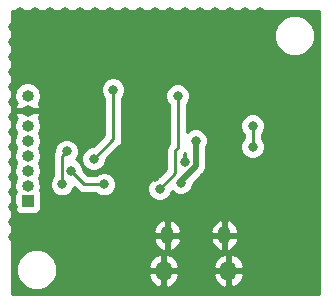
<source format=gbr>
G04 #@! TF.GenerationSoftware,KiCad,Pcbnew,(5.0.1)-3*
G04 #@! TF.CreationDate,2018-11-02T13:07:49-05:00*
G04 #@! TF.ProjectId,ProgrammerBoard,50726F6772616D6D6572426F6172642E,rev?*
G04 #@! TF.SameCoordinates,Original*
G04 #@! TF.FileFunction,Copper,L2,Bot,Signal*
G04 #@! TF.FilePolarity,Positive*
%FSLAX46Y46*%
G04 Gerber Fmt 4.6, Leading zero omitted, Abs format (unit mm)*
G04 Created by KiCad (PCBNEW (5.0.1)-3) date 11/2/2018 1:07:49 PM*
%MOMM*%
%LPD*%
G01*
G04 APERTURE LIST*
G04 #@! TA.AperFunction,ComponentPad*
%ADD10O,1.000000X1.000000*%
G04 #@! TD*
G04 #@! TA.AperFunction,ComponentPad*
%ADD11R,1.000000X1.000000*%
G04 #@! TD*
G04 #@! TA.AperFunction,ComponentPad*
%ADD12O,1.350000X1.700000*%
G04 #@! TD*
G04 #@! TA.AperFunction,ComponentPad*
%ADD13O,1.100000X1.500000*%
G04 #@! TD*
G04 #@! TA.AperFunction,ViaPad*
%ADD14C,0.800000*%
G04 #@! TD*
G04 #@! TA.AperFunction,Conductor*
%ADD15C,0.250000*%
G04 #@! TD*
G04 #@! TA.AperFunction,Conductor*
%ADD16C,0.500000*%
G04 #@! TD*
G04 #@! TA.AperFunction,Conductor*
%ADD17C,0.254000*%
G04 #@! TD*
G04 APERTURE END LIST*
D10*
G04 #@! TO.P,J2,8*
G04 #@! TO.N,+5V*
X58420000Y-42672000D03*
G04 #@! TO.P,J2,7*
G04 #@! TO.N,GND*
X58420000Y-43942000D03*
G04 #@! TO.P,J2,6*
G04 #@! TO.N,Net-(J2-Pad6)*
X58420000Y-45212000D03*
G04 #@! TO.P,J2,5*
G04 #@! TO.N,Net-(J2-Pad5)*
X58420000Y-46482000D03*
G04 #@! TO.P,J2,4*
G04 #@! TO.N,Net-(J2-Pad4)*
X58420000Y-47752000D03*
G04 #@! TO.P,J2,3*
G04 #@! TO.N,Net-(J2-Pad3)*
X58420000Y-49022000D03*
G04 #@! TO.P,J2,2*
G04 #@! TO.N,Net-(J2-Pad2)*
X58420000Y-50292000D03*
D11*
G04 #@! TO.P,J2,1*
G04 #@! TO.N,Net-(C1-Pad1)*
X58420000Y-51562000D03*
G04 #@! TD*
D12*
G04 #@! TO.P,J1,6*
G04 #@! TO.N,GND*
X75404000Y-57490000D03*
X69944000Y-57490000D03*
D13*
X75094000Y-54490000D03*
X70254000Y-54490000D03*
G04 #@! TD*
D14*
G04 #@! TO.N,Net-(C1-Pad2)*
X64008000Y-48006000D03*
X65659000Y-42163994D03*
G04 #@! TO.N,+5V*
X72644000Y-46482000D03*
X71374000Y-50038000D03*
G04 #@! TO.N,Net-(IC1-Pad1)*
X71120000Y-42671968D03*
X69596000Y-50546000D03*
G04 #@! TO.N,Net-(IC1-Pad22)*
X77470000Y-46990000D03*
X77470000Y-45212000D03*
G04 #@! TO.N,Net-(J2-Pad2)*
X61341000Y-50165000D03*
X61722000Y-47371000D03*
G04 #@! TO.N,Net-(J2-Pad3)*
X64897000Y-50165000D03*
X62066010Y-49022000D03*
G04 #@! TO.N,GND*
X78105000Y-35560000D03*
X76835000Y-35560000D03*
X75565000Y-35560000D03*
X74295000Y-35560000D03*
X73025000Y-35560000D03*
X71755000Y-35560000D03*
X70485000Y-35560000D03*
X69215000Y-35560000D03*
X67945000Y-35560000D03*
X66675000Y-35560000D03*
X65405000Y-35560000D03*
X64135000Y-35560000D03*
X62865000Y-35560000D03*
X61595000Y-35560000D03*
X60325000Y-35560000D03*
X59055000Y-35560000D03*
X57785000Y-35560000D03*
X57150000Y-36830000D03*
X57150000Y-38100000D03*
X57150000Y-39370000D03*
X57150000Y-40640000D03*
X57150000Y-41910000D03*
X57150000Y-43180000D03*
X57150000Y-44450000D03*
X57150000Y-45720000D03*
X57150000Y-46990000D03*
X57150000Y-48260000D03*
X57150000Y-49530000D03*
X57150000Y-50800000D03*
X57150000Y-52070000D03*
X57150000Y-53340000D03*
X57150000Y-54610000D03*
X62230000Y-59055000D03*
X63500000Y-59055000D03*
X64770000Y-59055000D03*
X66040000Y-59055000D03*
X67310000Y-59055000D03*
X68580000Y-59055000D03*
X69850000Y-59055000D03*
X75565000Y-59055000D03*
X76835000Y-59055000D03*
X78105000Y-59055000D03*
X79375000Y-59055000D03*
X80645000Y-59055000D03*
X81915000Y-59055000D03*
X82550000Y-57785000D03*
X82550000Y-56515000D03*
X82550000Y-55245000D03*
X82550000Y-53975000D03*
X82550000Y-52705000D03*
X82550000Y-51435000D03*
X82550000Y-50165000D03*
X82550000Y-48895000D03*
X82550000Y-47625000D03*
X82550000Y-46355000D03*
X82550000Y-45085000D03*
X82550000Y-43815000D03*
X82550000Y-42545000D03*
X82550000Y-41275000D03*
X69215000Y-49530000D03*
X69215000Y-48260000D03*
X69215000Y-46990000D03*
X69215000Y-45720000D03*
X69215000Y-44450000D03*
X71755000Y-48260000D03*
G04 #@! TD*
D15*
G04 #@! TO.N,Net-(C1-Pad2)*
X65659000Y-46355000D02*
X65659000Y-42729679D01*
X65659000Y-42729679D02*
X65659000Y-42163994D01*
X64008000Y-48006000D02*
X65659000Y-46355000D01*
D16*
G04 #@! TO.N,+5V*
X72644000Y-48641000D02*
X72644000Y-46482000D01*
X71374000Y-50038000D02*
X71374000Y-49911000D01*
X71374000Y-49911000D02*
X72644000Y-48641000D01*
D15*
G04 #@! TO.N,Net-(IC1-Pad1)*
X70923989Y-49218011D02*
X70923989Y-47311600D01*
X70923989Y-47311600D02*
X71120000Y-47115589D01*
X69596000Y-50546000D02*
X70923989Y-49218011D01*
X71120000Y-43237653D02*
X71120000Y-42671968D01*
X71120000Y-47115589D02*
X71120000Y-43237653D01*
G04 #@! TO.N,Net-(IC1-Pad22)*
X77470000Y-46990000D02*
X77470000Y-45212000D01*
G04 #@! TO.N,Net-(J2-Pad2)*
X61341000Y-47752000D02*
X61722000Y-47371000D01*
X61341000Y-50165000D02*
X61341000Y-47752000D01*
G04 #@! TO.N,Net-(J2-Pad3)*
X65024000Y-50165000D02*
X64897000Y-50165000D01*
X62466009Y-49421999D02*
X62066010Y-49022000D01*
X63209010Y-50165000D02*
X62466009Y-49421999D01*
X64897000Y-50165000D02*
X63209010Y-50165000D01*
G04 #@! TD*
D17*
G04 #@! TO.N,GND*
G36*
X83110000Y-59488000D02*
X57098000Y-59488000D01*
X57098000Y-57058887D01*
X57447000Y-57058887D01*
X57447000Y-57749113D01*
X57711138Y-58386799D01*
X58199201Y-58874862D01*
X58836887Y-59139000D01*
X59527113Y-59139000D01*
X60164799Y-58874862D01*
X60652862Y-58386799D01*
X60886443Y-57822883D01*
X68640327Y-57822883D01*
X68799982Y-58309759D01*
X69133804Y-58698476D01*
X69590971Y-58929856D01*
X69614600Y-58932910D01*
X69817000Y-58809224D01*
X69817000Y-57617000D01*
X70071000Y-57617000D01*
X70071000Y-58809224D01*
X70273400Y-58932910D01*
X70297029Y-58929856D01*
X70754196Y-58698476D01*
X71088018Y-58309759D01*
X71247673Y-57822883D01*
X74100327Y-57822883D01*
X74259982Y-58309759D01*
X74593804Y-58698476D01*
X75050971Y-58929856D01*
X75074600Y-58932910D01*
X75277000Y-58809224D01*
X75277000Y-57617000D01*
X75531000Y-57617000D01*
X75531000Y-58809224D01*
X75733400Y-58932910D01*
X75757029Y-58929856D01*
X76214196Y-58698476D01*
X76548018Y-58309759D01*
X76707673Y-57822883D01*
X76557571Y-57617000D01*
X75531000Y-57617000D01*
X75277000Y-57617000D01*
X74250429Y-57617000D01*
X74100327Y-57822883D01*
X71247673Y-57822883D01*
X71097571Y-57617000D01*
X70071000Y-57617000D01*
X69817000Y-57617000D01*
X68790429Y-57617000D01*
X68640327Y-57822883D01*
X60886443Y-57822883D01*
X60917000Y-57749113D01*
X60917000Y-57157117D01*
X68640327Y-57157117D01*
X68790429Y-57363000D01*
X69817000Y-57363000D01*
X69817000Y-56170776D01*
X70071000Y-56170776D01*
X70071000Y-57363000D01*
X71097571Y-57363000D01*
X71247673Y-57157117D01*
X74100327Y-57157117D01*
X74250429Y-57363000D01*
X75277000Y-57363000D01*
X75277000Y-56170776D01*
X75531000Y-56170776D01*
X75531000Y-57363000D01*
X76557571Y-57363000D01*
X76707673Y-57157117D01*
X76548018Y-56670241D01*
X76214196Y-56281524D01*
X75757029Y-56050144D01*
X75733400Y-56047090D01*
X75531000Y-56170776D01*
X75277000Y-56170776D01*
X75074600Y-56047090D01*
X75050971Y-56050144D01*
X74593804Y-56281524D01*
X74259982Y-56670241D01*
X74100327Y-57157117D01*
X71247673Y-57157117D01*
X71088018Y-56670241D01*
X70754196Y-56281524D01*
X70297029Y-56050144D01*
X70273400Y-56047090D01*
X70071000Y-56170776D01*
X69817000Y-56170776D01*
X69614600Y-56047090D01*
X69590971Y-56050144D01*
X69133804Y-56281524D01*
X68799982Y-56670241D01*
X68640327Y-57157117D01*
X60917000Y-57157117D01*
X60917000Y-57058887D01*
X60652862Y-56421201D01*
X60164799Y-55933138D01*
X59527113Y-55669000D01*
X58836887Y-55669000D01*
X58199201Y-55933138D01*
X57711138Y-56421201D01*
X57447000Y-57058887D01*
X57098000Y-57058887D01*
X57098000Y-54803883D01*
X69068320Y-54803883D01*
X69202156Y-55248954D01*
X69496125Y-55608929D01*
X69905474Y-55829006D01*
X69944256Y-55833803D01*
X70127000Y-55708361D01*
X70127000Y-54617000D01*
X70381000Y-54617000D01*
X70381000Y-55708361D01*
X70563744Y-55833803D01*
X70602526Y-55829006D01*
X71011875Y-55608929D01*
X71305844Y-55248954D01*
X71439680Y-54803883D01*
X73908320Y-54803883D01*
X74042156Y-55248954D01*
X74336125Y-55608929D01*
X74745474Y-55829006D01*
X74784256Y-55833803D01*
X74967000Y-55708361D01*
X74967000Y-54617000D01*
X75221000Y-54617000D01*
X75221000Y-55708361D01*
X75403744Y-55833803D01*
X75442526Y-55829006D01*
X75851875Y-55608929D01*
X76145844Y-55248954D01*
X76279680Y-54803883D01*
X76124148Y-54617000D01*
X75221000Y-54617000D01*
X74967000Y-54617000D01*
X74063852Y-54617000D01*
X73908320Y-54803883D01*
X71439680Y-54803883D01*
X71284148Y-54617000D01*
X70381000Y-54617000D01*
X70127000Y-54617000D01*
X69223852Y-54617000D01*
X69068320Y-54803883D01*
X57098000Y-54803883D01*
X57098000Y-54176117D01*
X69068320Y-54176117D01*
X69223852Y-54363000D01*
X70127000Y-54363000D01*
X70127000Y-53271639D01*
X70381000Y-53271639D01*
X70381000Y-54363000D01*
X71284148Y-54363000D01*
X71439680Y-54176117D01*
X73908320Y-54176117D01*
X74063852Y-54363000D01*
X74967000Y-54363000D01*
X74967000Y-53271639D01*
X75221000Y-53271639D01*
X75221000Y-54363000D01*
X76124148Y-54363000D01*
X76279680Y-54176117D01*
X76145844Y-53731046D01*
X75851875Y-53371071D01*
X75442526Y-53150994D01*
X75403744Y-53146197D01*
X75221000Y-53271639D01*
X74967000Y-53271639D01*
X74784256Y-53146197D01*
X74745474Y-53150994D01*
X74336125Y-53371071D01*
X74042156Y-53731046D01*
X73908320Y-54176117D01*
X71439680Y-54176117D01*
X71305844Y-53731046D01*
X71011875Y-53371071D01*
X70602526Y-53150994D01*
X70563744Y-53146197D01*
X70381000Y-53271639D01*
X70127000Y-53271639D01*
X69944256Y-53146197D01*
X69905474Y-53150994D01*
X69496125Y-53371071D01*
X69202156Y-53731046D01*
X69068320Y-54176117D01*
X57098000Y-54176117D01*
X57098000Y-45212000D01*
X57262765Y-45212000D01*
X57350854Y-45654855D01*
X57479241Y-45847000D01*
X57350854Y-46039145D01*
X57262765Y-46482000D01*
X57350854Y-46924855D01*
X57479241Y-47117000D01*
X57350854Y-47309145D01*
X57262765Y-47752000D01*
X57350854Y-48194855D01*
X57479241Y-48387000D01*
X57350854Y-48579145D01*
X57262765Y-49022000D01*
X57350854Y-49464855D01*
X57479241Y-49657000D01*
X57350854Y-49849145D01*
X57262765Y-50292000D01*
X57350854Y-50734855D01*
X57362869Y-50752836D01*
X57321843Y-50814235D01*
X57272560Y-51062000D01*
X57272560Y-52062000D01*
X57321843Y-52309765D01*
X57462191Y-52519809D01*
X57672235Y-52660157D01*
X57920000Y-52709440D01*
X58920000Y-52709440D01*
X59167765Y-52660157D01*
X59377809Y-52519809D01*
X59518157Y-52309765D01*
X59567440Y-52062000D01*
X59567440Y-51062000D01*
X59518157Y-50814235D01*
X59477131Y-50752836D01*
X59489146Y-50734855D01*
X59577235Y-50292000D01*
X59511023Y-49959126D01*
X60306000Y-49959126D01*
X60306000Y-50370874D01*
X60463569Y-50751280D01*
X60754720Y-51042431D01*
X61135126Y-51200000D01*
X61546874Y-51200000D01*
X61927280Y-51042431D01*
X62218431Y-50751280D01*
X62365480Y-50396272D01*
X62618681Y-50649473D01*
X62661081Y-50712929D01*
X62912473Y-50880904D01*
X63134158Y-50925000D01*
X63134162Y-50925000D01*
X63209009Y-50939888D01*
X63283856Y-50925000D01*
X64193289Y-50925000D01*
X64310720Y-51042431D01*
X64691126Y-51200000D01*
X65102874Y-51200000D01*
X65483280Y-51042431D01*
X65774431Y-50751280D01*
X65932000Y-50370874D01*
X65932000Y-50340126D01*
X68561000Y-50340126D01*
X68561000Y-50751874D01*
X68718569Y-51132280D01*
X69009720Y-51423431D01*
X69390126Y-51581000D01*
X69801874Y-51581000D01*
X70182280Y-51423431D01*
X70473431Y-51132280D01*
X70628997Y-50756708D01*
X70787720Y-50915431D01*
X71168126Y-51073000D01*
X71579874Y-51073000D01*
X71960280Y-50915431D01*
X72251431Y-50624280D01*
X72409000Y-50243874D01*
X72409000Y-50127578D01*
X73208156Y-49328423D01*
X73282049Y-49279049D01*
X73477652Y-48986310D01*
X73529000Y-48728165D01*
X73529000Y-48728161D01*
X73546337Y-48641001D01*
X73529000Y-48553841D01*
X73529000Y-47050007D01*
X73679000Y-46687874D01*
X73679000Y-46276126D01*
X73521431Y-45895720D01*
X73230280Y-45604569D01*
X72849874Y-45447000D01*
X72438126Y-45447000D01*
X72057720Y-45604569D01*
X71880000Y-45782289D01*
X71880000Y-45006126D01*
X76435000Y-45006126D01*
X76435000Y-45417874D01*
X76592569Y-45798280D01*
X76710001Y-45915712D01*
X76710000Y-46286289D01*
X76592569Y-46403720D01*
X76435000Y-46784126D01*
X76435000Y-47195874D01*
X76592569Y-47576280D01*
X76883720Y-47867431D01*
X77264126Y-48025000D01*
X77675874Y-48025000D01*
X78056280Y-47867431D01*
X78347431Y-47576280D01*
X78505000Y-47195874D01*
X78505000Y-46784126D01*
X78347431Y-46403720D01*
X78230000Y-46286289D01*
X78230000Y-45915711D01*
X78347431Y-45798280D01*
X78505000Y-45417874D01*
X78505000Y-45006126D01*
X78347431Y-44625720D01*
X78056280Y-44334569D01*
X77675874Y-44177000D01*
X77264126Y-44177000D01*
X76883720Y-44334569D01*
X76592569Y-44625720D01*
X76435000Y-45006126D01*
X71880000Y-45006126D01*
X71880000Y-43375679D01*
X71997431Y-43258248D01*
X72155000Y-42877842D01*
X72155000Y-42466094D01*
X71997431Y-42085688D01*
X71706280Y-41794537D01*
X71325874Y-41636968D01*
X70914126Y-41636968D01*
X70533720Y-41794537D01*
X70242569Y-42085688D01*
X70085000Y-42466094D01*
X70085000Y-42877842D01*
X70242569Y-43258248D01*
X70360001Y-43375680D01*
X70360000Y-46787708D01*
X70333661Y-46827127D01*
X70333660Y-46827128D01*
X70208086Y-47015063D01*
X70149101Y-47311600D01*
X70163990Y-47386452D01*
X70163989Y-48903209D01*
X69556199Y-49511000D01*
X69390126Y-49511000D01*
X69009720Y-49668569D01*
X68718569Y-49959720D01*
X68561000Y-50340126D01*
X65932000Y-50340126D01*
X65932000Y-49959126D01*
X65774431Y-49578720D01*
X65483280Y-49287569D01*
X65102874Y-49130000D01*
X64691126Y-49130000D01*
X64310720Y-49287569D01*
X64193289Y-49405000D01*
X63523812Y-49405000D01*
X63101010Y-48982199D01*
X63101010Y-48816126D01*
X62943441Y-48435720D01*
X62652290Y-48144569D01*
X62482480Y-48074231D01*
X62599431Y-47957280D01*
X62664526Y-47800126D01*
X62973000Y-47800126D01*
X62973000Y-48211874D01*
X63130569Y-48592280D01*
X63421720Y-48883431D01*
X63802126Y-49041000D01*
X64213874Y-49041000D01*
X64594280Y-48883431D01*
X64885431Y-48592280D01*
X65043000Y-48211874D01*
X65043000Y-48045801D01*
X66143473Y-46945329D01*
X66206929Y-46902929D01*
X66374904Y-46651537D01*
X66419000Y-46429852D01*
X66419000Y-46429848D01*
X66433888Y-46355000D01*
X66419000Y-46280152D01*
X66419000Y-42867705D01*
X66536431Y-42750274D01*
X66694000Y-42369868D01*
X66694000Y-41958120D01*
X66536431Y-41577714D01*
X66245280Y-41286563D01*
X65864874Y-41128994D01*
X65453126Y-41128994D01*
X65072720Y-41286563D01*
X64781569Y-41577714D01*
X64624000Y-41958120D01*
X64624000Y-42369868D01*
X64781569Y-42750274D01*
X64899001Y-42867706D01*
X64899000Y-46040198D01*
X63968199Y-46971000D01*
X63802126Y-46971000D01*
X63421720Y-47128569D01*
X63130569Y-47419720D01*
X62973000Y-47800126D01*
X62664526Y-47800126D01*
X62757000Y-47576874D01*
X62757000Y-47165126D01*
X62599431Y-46784720D01*
X62308280Y-46493569D01*
X61927874Y-46336000D01*
X61516126Y-46336000D01*
X61135720Y-46493569D01*
X60844569Y-46784720D01*
X60687000Y-47165126D01*
X60687000Y-47362819D01*
X60654054Y-47412126D01*
X60625097Y-47455463D01*
X60612857Y-47517000D01*
X60566112Y-47752000D01*
X60581001Y-47826852D01*
X60581000Y-49461289D01*
X60463569Y-49578720D01*
X60306000Y-49959126D01*
X59511023Y-49959126D01*
X59489146Y-49849145D01*
X59360759Y-49657000D01*
X59489146Y-49464855D01*
X59577235Y-49022000D01*
X59489146Y-48579145D01*
X59360759Y-48387000D01*
X59489146Y-48194855D01*
X59577235Y-47752000D01*
X59489146Y-47309145D01*
X59360759Y-47117000D01*
X59489146Y-46924855D01*
X59577235Y-46482000D01*
X59489146Y-46039145D01*
X59360759Y-45847000D01*
X59489146Y-45654855D01*
X59577235Y-45212000D01*
X59489146Y-44769145D01*
X59352801Y-44565090D01*
X59407127Y-44502209D01*
X59514119Y-44243874D01*
X59387954Y-44069000D01*
X58547000Y-44069000D01*
X58547000Y-44080027D01*
X58531783Y-44077000D01*
X58308217Y-44077000D01*
X58293000Y-44080027D01*
X58293000Y-44069000D01*
X57452046Y-44069000D01*
X57325881Y-44243874D01*
X57432873Y-44502209D01*
X57487199Y-44565090D01*
X57350854Y-44769145D01*
X57262765Y-45212000D01*
X57098000Y-45212000D01*
X57098000Y-42672000D01*
X57262765Y-42672000D01*
X57350854Y-43114855D01*
X57487199Y-43318910D01*
X57432873Y-43381791D01*
X57325881Y-43640126D01*
X57452046Y-43815000D01*
X58293000Y-43815000D01*
X58293000Y-43803973D01*
X58308217Y-43807000D01*
X58531783Y-43807000D01*
X58547000Y-43803973D01*
X58547000Y-43815000D01*
X59387954Y-43815000D01*
X59514119Y-43640126D01*
X59407127Y-43381791D01*
X59352801Y-43318910D01*
X59489146Y-43114855D01*
X59577235Y-42672000D01*
X59489146Y-42229145D01*
X59238289Y-41853711D01*
X58862855Y-41602854D01*
X58531783Y-41537000D01*
X58308217Y-41537000D01*
X57977145Y-41602854D01*
X57601711Y-41853711D01*
X57350854Y-42229145D01*
X57262765Y-42672000D01*
X57098000Y-42672000D01*
X57098000Y-37246887D01*
X79291000Y-37246887D01*
X79291000Y-37937113D01*
X79555138Y-38574799D01*
X80043201Y-39062862D01*
X80680887Y-39327000D01*
X81371113Y-39327000D01*
X82008799Y-39062862D01*
X82496862Y-38574799D01*
X82761000Y-37937113D01*
X82761000Y-37246887D01*
X82496862Y-36609201D01*
X82008799Y-36121138D01*
X81371113Y-35857000D01*
X80680887Y-35857000D01*
X80043201Y-36121138D01*
X79555138Y-36609201D01*
X79291000Y-37246887D01*
X57098000Y-37246887D01*
X57098000Y-35508000D01*
X83110001Y-35508000D01*
X83110000Y-59488000D01*
X83110000Y-59488000D01*
G37*
X83110000Y-59488000D02*
X57098000Y-59488000D01*
X57098000Y-57058887D01*
X57447000Y-57058887D01*
X57447000Y-57749113D01*
X57711138Y-58386799D01*
X58199201Y-58874862D01*
X58836887Y-59139000D01*
X59527113Y-59139000D01*
X60164799Y-58874862D01*
X60652862Y-58386799D01*
X60886443Y-57822883D01*
X68640327Y-57822883D01*
X68799982Y-58309759D01*
X69133804Y-58698476D01*
X69590971Y-58929856D01*
X69614600Y-58932910D01*
X69817000Y-58809224D01*
X69817000Y-57617000D01*
X70071000Y-57617000D01*
X70071000Y-58809224D01*
X70273400Y-58932910D01*
X70297029Y-58929856D01*
X70754196Y-58698476D01*
X71088018Y-58309759D01*
X71247673Y-57822883D01*
X74100327Y-57822883D01*
X74259982Y-58309759D01*
X74593804Y-58698476D01*
X75050971Y-58929856D01*
X75074600Y-58932910D01*
X75277000Y-58809224D01*
X75277000Y-57617000D01*
X75531000Y-57617000D01*
X75531000Y-58809224D01*
X75733400Y-58932910D01*
X75757029Y-58929856D01*
X76214196Y-58698476D01*
X76548018Y-58309759D01*
X76707673Y-57822883D01*
X76557571Y-57617000D01*
X75531000Y-57617000D01*
X75277000Y-57617000D01*
X74250429Y-57617000D01*
X74100327Y-57822883D01*
X71247673Y-57822883D01*
X71097571Y-57617000D01*
X70071000Y-57617000D01*
X69817000Y-57617000D01*
X68790429Y-57617000D01*
X68640327Y-57822883D01*
X60886443Y-57822883D01*
X60917000Y-57749113D01*
X60917000Y-57157117D01*
X68640327Y-57157117D01*
X68790429Y-57363000D01*
X69817000Y-57363000D01*
X69817000Y-56170776D01*
X70071000Y-56170776D01*
X70071000Y-57363000D01*
X71097571Y-57363000D01*
X71247673Y-57157117D01*
X74100327Y-57157117D01*
X74250429Y-57363000D01*
X75277000Y-57363000D01*
X75277000Y-56170776D01*
X75531000Y-56170776D01*
X75531000Y-57363000D01*
X76557571Y-57363000D01*
X76707673Y-57157117D01*
X76548018Y-56670241D01*
X76214196Y-56281524D01*
X75757029Y-56050144D01*
X75733400Y-56047090D01*
X75531000Y-56170776D01*
X75277000Y-56170776D01*
X75074600Y-56047090D01*
X75050971Y-56050144D01*
X74593804Y-56281524D01*
X74259982Y-56670241D01*
X74100327Y-57157117D01*
X71247673Y-57157117D01*
X71088018Y-56670241D01*
X70754196Y-56281524D01*
X70297029Y-56050144D01*
X70273400Y-56047090D01*
X70071000Y-56170776D01*
X69817000Y-56170776D01*
X69614600Y-56047090D01*
X69590971Y-56050144D01*
X69133804Y-56281524D01*
X68799982Y-56670241D01*
X68640327Y-57157117D01*
X60917000Y-57157117D01*
X60917000Y-57058887D01*
X60652862Y-56421201D01*
X60164799Y-55933138D01*
X59527113Y-55669000D01*
X58836887Y-55669000D01*
X58199201Y-55933138D01*
X57711138Y-56421201D01*
X57447000Y-57058887D01*
X57098000Y-57058887D01*
X57098000Y-54803883D01*
X69068320Y-54803883D01*
X69202156Y-55248954D01*
X69496125Y-55608929D01*
X69905474Y-55829006D01*
X69944256Y-55833803D01*
X70127000Y-55708361D01*
X70127000Y-54617000D01*
X70381000Y-54617000D01*
X70381000Y-55708361D01*
X70563744Y-55833803D01*
X70602526Y-55829006D01*
X71011875Y-55608929D01*
X71305844Y-55248954D01*
X71439680Y-54803883D01*
X73908320Y-54803883D01*
X74042156Y-55248954D01*
X74336125Y-55608929D01*
X74745474Y-55829006D01*
X74784256Y-55833803D01*
X74967000Y-55708361D01*
X74967000Y-54617000D01*
X75221000Y-54617000D01*
X75221000Y-55708361D01*
X75403744Y-55833803D01*
X75442526Y-55829006D01*
X75851875Y-55608929D01*
X76145844Y-55248954D01*
X76279680Y-54803883D01*
X76124148Y-54617000D01*
X75221000Y-54617000D01*
X74967000Y-54617000D01*
X74063852Y-54617000D01*
X73908320Y-54803883D01*
X71439680Y-54803883D01*
X71284148Y-54617000D01*
X70381000Y-54617000D01*
X70127000Y-54617000D01*
X69223852Y-54617000D01*
X69068320Y-54803883D01*
X57098000Y-54803883D01*
X57098000Y-54176117D01*
X69068320Y-54176117D01*
X69223852Y-54363000D01*
X70127000Y-54363000D01*
X70127000Y-53271639D01*
X70381000Y-53271639D01*
X70381000Y-54363000D01*
X71284148Y-54363000D01*
X71439680Y-54176117D01*
X73908320Y-54176117D01*
X74063852Y-54363000D01*
X74967000Y-54363000D01*
X74967000Y-53271639D01*
X75221000Y-53271639D01*
X75221000Y-54363000D01*
X76124148Y-54363000D01*
X76279680Y-54176117D01*
X76145844Y-53731046D01*
X75851875Y-53371071D01*
X75442526Y-53150994D01*
X75403744Y-53146197D01*
X75221000Y-53271639D01*
X74967000Y-53271639D01*
X74784256Y-53146197D01*
X74745474Y-53150994D01*
X74336125Y-53371071D01*
X74042156Y-53731046D01*
X73908320Y-54176117D01*
X71439680Y-54176117D01*
X71305844Y-53731046D01*
X71011875Y-53371071D01*
X70602526Y-53150994D01*
X70563744Y-53146197D01*
X70381000Y-53271639D01*
X70127000Y-53271639D01*
X69944256Y-53146197D01*
X69905474Y-53150994D01*
X69496125Y-53371071D01*
X69202156Y-53731046D01*
X69068320Y-54176117D01*
X57098000Y-54176117D01*
X57098000Y-45212000D01*
X57262765Y-45212000D01*
X57350854Y-45654855D01*
X57479241Y-45847000D01*
X57350854Y-46039145D01*
X57262765Y-46482000D01*
X57350854Y-46924855D01*
X57479241Y-47117000D01*
X57350854Y-47309145D01*
X57262765Y-47752000D01*
X57350854Y-48194855D01*
X57479241Y-48387000D01*
X57350854Y-48579145D01*
X57262765Y-49022000D01*
X57350854Y-49464855D01*
X57479241Y-49657000D01*
X57350854Y-49849145D01*
X57262765Y-50292000D01*
X57350854Y-50734855D01*
X57362869Y-50752836D01*
X57321843Y-50814235D01*
X57272560Y-51062000D01*
X57272560Y-52062000D01*
X57321843Y-52309765D01*
X57462191Y-52519809D01*
X57672235Y-52660157D01*
X57920000Y-52709440D01*
X58920000Y-52709440D01*
X59167765Y-52660157D01*
X59377809Y-52519809D01*
X59518157Y-52309765D01*
X59567440Y-52062000D01*
X59567440Y-51062000D01*
X59518157Y-50814235D01*
X59477131Y-50752836D01*
X59489146Y-50734855D01*
X59577235Y-50292000D01*
X59511023Y-49959126D01*
X60306000Y-49959126D01*
X60306000Y-50370874D01*
X60463569Y-50751280D01*
X60754720Y-51042431D01*
X61135126Y-51200000D01*
X61546874Y-51200000D01*
X61927280Y-51042431D01*
X62218431Y-50751280D01*
X62365480Y-50396272D01*
X62618681Y-50649473D01*
X62661081Y-50712929D01*
X62912473Y-50880904D01*
X63134158Y-50925000D01*
X63134162Y-50925000D01*
X63209009Y-50939888D01*
X63283856Y-50925000D01*
X64193289Y-50925000D01*
X64310720Y-51042431D01*
X64691126Y-51200000D01*
X65102874Y-51200000D01*
X65483280Y-51042431D01*
X65774431Y-50751280D01*
X65932000Y-50370874D01*
X65932000Y-50340126D01*
X68561000Y-50340126D01*
X68561000Y-50751874D01*
X68718569Y-51132280D01*
X69009720Y-51423431D01*
X69390126Y-51581000D01*
X69801874Y-51581000D01*
X70182280Y-51423431D01*
X70473431Y-51132280D01*
X70628997Y-50756708D01*
X70787720Y-50915431D01*
X71168126Y-51073000D01*
X71579874Y-51073000D01*
X71960280Y-50915431D01*
X72251431Y-50624280D01*
X72409000Y-50243874D01*
X72409000Y-50127578D01*
X73208156Y-49328423D01*
X73282049Y-49279049D01*
X73477652Y-48986310D01*
X73529000Y-48728165D01*
X73529000Y-48728161D01*
X73546337Y-48641001D01*
X73529000Y-48553841D01*
X73529000Y-47050007D01*
X73679000Y-46687874D01*
X73679000Y-46276126D01*
X73521431Y-45895720D01*
X73230280Y-45604569D01*
X72849874Y-45447000D01*
X72438126Y-45447000D01*
X72057720Y-45604569D01*
X71880000Y-45782289D01*
X71880000Y-45006126D01*
X76435000Y-45006126D01*
X76435000Y-45417874D01*
X76592569Y-45798280D01*
X76710001Y-45915712D01*
X76710000Y-46286289D01*
X76592569Y-46403720D01*
X76435000Y-46784126D01*
X76435000Y-47195874D01*
X76592569Y-47576280D01*
X76883720Y-47867431D01*
X77264126Y-48025000D01*
X77675874Y-48025000D01*
X78056280Y-47867431D01*
X78347431Y-47576280D01*
X78505000Y-47195874D01*
X78505000Y-46784126D01*
X78347431Y-46403720D01*
X78230000Y-46286289D01*
X78230000Y-45915711D01*
X78347431Y-45798280D01*
X78505000Y-45417874D01*
X78505000Y-45006126D01*
X78347431Y-44625720D01*
X78056280Y-44334569D01*
X77675874Y-44177000D01*
X77264126Y-44177000D01*
X76883720Y-44334569D01*
X76592569Y-44625720D01*
X76435000Y-45006126D01*
X71880000Y-45006126D01*
X71880000Y-43375679D01*
X71997431Y-43258248D01*
X72155000Y-42877842D01*
X72155000Y-42466094D01*
X71997431Y-42085688D01*
X71706280Y-41794537D01*
X71325874Y-41636968D01*
X70914126Y-41636968D01*
X70533720Y-41794537D01*
X70242569Y-42085688D01*
X70085000Y-42466094D01*
X70085000Y-42877842D01*
X70242569Y-43258248D01*
X70360001Y-43375680D01*
X70360000Y-46787708D01*
X70333661Y-46827127D01*
X70333660Y-46827128D01*
X70208086Y-47015063D01*
X70149101Y-47311600D01*
X70163990Y-47386452D01*
X70163989Y-48903209D01*
X69556199Y-49511000D01*
X69390126Y-49511000D01*
X69009720Y-49668569D01*
X68718569Y-49959720D01*
X68561000Y-50340126D01*
X65932000Y-50340126D01*
X65932000Y-49959126D01*
X65774431Y-49578720D01*
X65483280Y-49287569D01*
X65102874Y-49130000D01*
X64691126Y-49130000D01*
X64310720Y-49287569D01*
X64193289Y-49405000D01*
X63523812Y-49405000D01*
X63101010Y-48982199D01*
X63101010Y-48816126D01*
X62943441Y-48435720D01*
X62652290Y-48144569D01*
X62482480Y-48074231D01*
X62599431Y-47957280D01*
X62664526Y-47800126D01*
X62973000Y-47800126D01*
X62973000Y-48211874D01*
X63130569Y-48592280D01*
X63421720Y-48883431D01*
X63802126Y-49041000D01*
X64213874Y-49041000D01*
X64594280Y-48883431D01*
X64885431Y-48592280D01*
X65043000Y-48211874D01*
X65043000Y-48045801D01*
X66143473Y-46945329D01*
X66206929Y-46902929D01*
X66374904Y-46651537D01*
X66419000Y-46429852D01*
X66419000Y-46429848D01*
X66433888Y-46355000D01*
X66419000Y-46280152D01*
X66419000Y-42867705D01*
X66536431Y-42750274D01*
X66694000Y-42369868D01*
X66694000Y-41958120D01*
X66536431Y-41577714D01*
X66245280Y-41286563D01*
X65864874Y-41128994D01*
X65453126Y-41128994D01*
X65072720Y-41286563D01*
X64781569Y-41577714D01*
X64624000Y-41958120D01*
X64624000Y-42369868D01*
X64781569Y-42750274D01*
X64899001Y-42867706D01*
X64899000Y-46040198D01*
X63968199Y-46971000D01*
X63802126Y-46971000D01*
X63421720Y-47128569D01*
X63130569Y-47419720D01*
X62973000Y-47800126D01*
X62664526Y-47800126D01*
X62757000Y-47576874D01*
X62757000Y-47165126D01*
X62599431Y-46784720D01*
X62308280Y-46493569D01*
X61927874Y-46336000D01*
X61516126Y-46336000D01*
X61135720Y-46493569D01*
X60844569Y-46784720D01*
X60687000Y-47165126D01*
X60687000Y-47362819D01*
X60654054Y-47412126D01*
X60625097Y-47455463D01*
X60612857Y-47517000D01*
X60566112Y-47752000D01*
X60581001Y-47826852D01*
X60581000Y-49461289D01*
X60463569Y-49578720D01*
X60306000Y-49959126D01*
X59511023Y-49959126D01*
X59489146Y-49849145D01*
X59360759Y-49657000D01*
X59489146Y-49464855D01*
X59577235Y-49022000D01*
X59489146Y-48579145D01*
X59360759Y-48387000D01*
X59489146Y-48194855D01*
X59577235Y-47752000D01*
X59489146Y-47309145D01*
X59360759Y-47117000D01*
X59489146Y-46924855D01*
X59577235Y-46482000D01*
X59489146Y-46039145D01*
X59360759Y-45847000D01*
X59489146Y-45654855D01*
X59577235Y-45212000D01*
X59489146Y-44769145D01*
X59352801Y-44565090D01*
X59407127Y-44502209D01*
X59514119Y-44243874D01*
X59387954Y-44069000D01*
X58547000Y-44069000D01*
X58547000Y-44080027D01*
X58531783Y-44077000D01*
X58308217Y-44077000D01*
X58293000Y-44080027D01*
X58293000Y-44069000D01*
X57452046Y-44069000D01*
X57325881Y-44243874D01*
X57432873Y-44502209D01*
X57487199Y-44565090D01*
X57350854Y-44769145D01*
X57262765Y-45212000D01*
X57098000Y-45212000D01*
X57098000Y-42672000D01*
X57262765Y-42672000D01*
X57350854Y-43114855D01*
X57487199Y-43318910D01*
X57432873Y-43381791D01*
X57325881Y-43640126D01*
X57452046Y-43815000D01*
X58293000Y-43815000D01*
X58293000Y-43803973D01*
X58308217Y-43807000D01*
X58531783Y-43807000D01*
X58547000Y-43803973D01*
X58547000Y-43815000D01*
X59387954Y-43815000D01*
X59514119Y-43640126D01*
X59407127Y-43381791D01*
X59352801Y-43318910D01*
X59489146Y-43114855D01*
X59577235Y-42672000D01*
X59489146Y-42229145D01*
X59238289Y-41853711D01*
X58862855Y-41602854D01*
X58531783Y-41537000D01*
X58308217Y-41537000D01*
X57977145Y-41602854D01*
X57601711Y-41853711D01*
X57350854Y-42229145D01*
X57262765Y-42672000D01*
X57098000Y-42672000D01*
X57098000Y-37246887D01*
X79291000Y-37246887D01*
X79291000Y-37937113D01*
X79555138Y-38574799D01*
X80043201Y-39062862D01*
X80680887Y-39327000D01*
X81371113Y-39327000D01*
X82008799Y-39062862D01*
X82496862Y-38574799D01*
X82761000Y-37937113D01*
X82761000Y-37246887D01*
X82496862Y-36609201D01*
X82008799Y-36121138D01*
X81371113Y-35857000D01*
X80680887Y-35857000D01*
X80043201Y-36121138D01*
X79555138Y-36609201D01*
X79291000Y-37246887D01*
X57098000Y-37246887D01*
X57098000Y-35508000D01*
X83110001Y-35508000D01*
X83110000Y-59488000D01*
G36*
X71759000Y-48274421D02*
X71683989Y-48349432D01*
X71683989Y-47639483D01*
X71759001Y-47527220D01*
X71759000Y-48274421D01*
X71759000Y-48274421D01*
G37*
X71759000Y-48274421D02*
X71683989Y-48349432D01*
X71683989Y-47639483D01*
X71759001Y-47527220D01*
X71759000Y-48274421D01*
G04 #@! TD*
M02*

</source>
